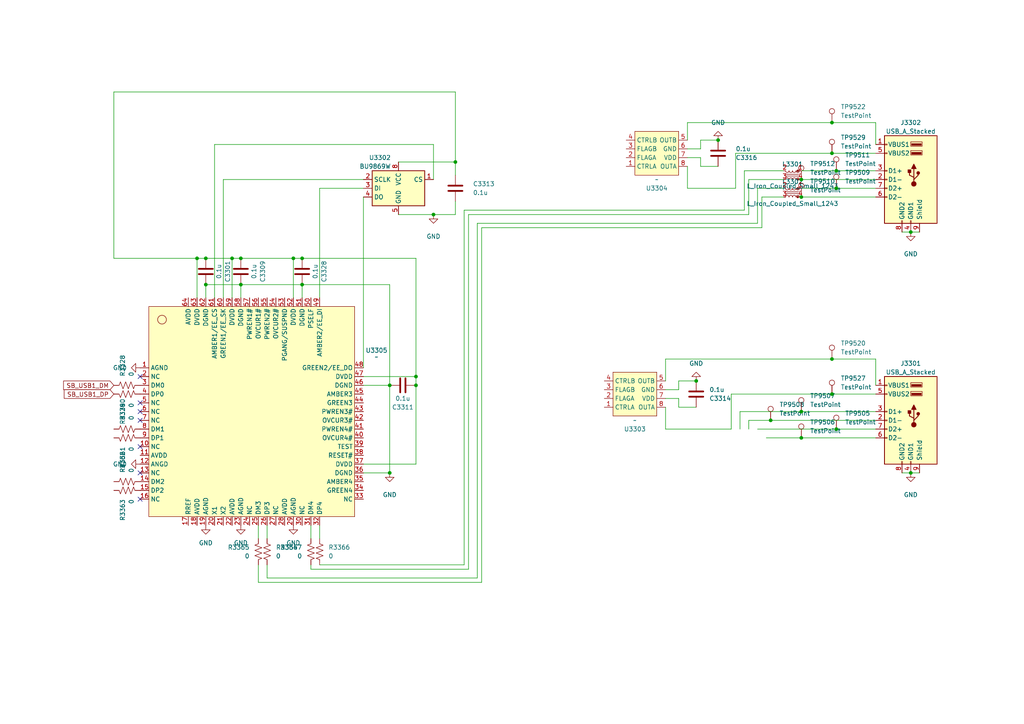
<source format=kicad_sch>
(kicad_sch (version 20231120) (generator "eeschema") (generator_version "8.0")
  (paper "A4")
  (lib_symbols
    (symbol "Connector:TestPoint" (pin_numbers hide) (pin_names (offset 0.762) hide)
      (property "Reference" "TP" (at 0 6.858 0))
      (property "Value" "TestPoint" (at 0 5.08 0))
      (symbol "TestPoint_0_1"
        (circle (center 0 3.302) (radius 0.762))
      )
      (symbol "TestPoint_1_1"
        (pin passive line (at 0 0 90) (length 2.54) (name "1") (number "1"))
      )
    )
    (symbol "Connector:USB_A_Stacked" (pin_names (offset 1.016))
      (property "Reference" "J" (at 0 15.875 0))
      (property "Value" "USB_A_Stacked" (at 0 13.97 0))
      (symbol "USB_A_Stacked_0_1"
        (rectangle (start -7.62 12.7) (end 7.62 -12.7) (stroke (width 0.254)) (fill (type background)))
        (circle (center -2.159 1.905) (radius 0.381) (stroke (width 0.254)) (fill (type outline)))
        (circle (center -0.889 -1.27) (radius 0.635) (stroke (width 0.254)) (fill (type outline)))
        (rectangle (start -0.254 7.366) (end -3.048 7.874) (fill (type outline)))
        (rectangle (start -0.254 9.906) (end -3.048 10.414) (fill (type outline)))
        (rectangle (start -0.127 -12.7) (end 0.127 -11.938))
        (polyline (pts (xy -1.524 3.175) (xy -0.254 3.175) (xy -0.889 4.445) (xy -1.524 3.175)) (stroke (width 0.254)) (fill (type outline)))
        (polyline (pts (xy -0.889 -0.635) (xy -0.889 0) (xy -2.159 1.27) (xy -2.159 1.905)) (stroke (width 0.254)))
        (polyline (pts (xy -0.889 0) (xy -0.889 0.635) (xy 0.381 1.27) (xy 0.381 2.54)) (stroke (width 0.254)))
        (rectangle (start 0 2.794) (end 0.762 2.032) (stroke (width 0.254)) (fill (type outline)))
        (rectangle (start 0 7.112) (end -3.302 8.382))
        (rectangle (start 0 9.652) (end -3.302 10.922))
        (rectangle (start 2.413 -12.7) (end 2.667 -11.938))
        (rectangle (start 7.62 -5.207) (end 6.858 -4.953))
        (rectangle (start 7.62 -2.667) (end 6.858 -2.413))
        (rectangle (start 7.62 -0.127) (end 6.858 0.127))
        (rectangle (start 7.62 2.413) (end 6.858 2.667))
        (rectangle (start 7.62 7.493) (end 6.858 7.747))
        (rectangle (start 7.62 10.033) (end 6.858 10.287))
      )
      (symbol "USB_A_Stacked_1_1"
        (polyline (pts (xy -0.889 0.635) (xy -0.889 3.175)) (stroke (width 0.254)))
        (pin power_in line (at 10.16 10.16 180) (length 2.54) (name "VBUS1") (number "1"))
        (pin bidirectional line (at 10.16 0 180) (length 2.54) (name "D1-") (number "2"))
        (pin bidirectional line (at 10.16 2.54 180) (length 2.54) (name "D1+") (number "3"))
        (pin power_in line (at 0 -15.24 90) (length 2.54) (name "GND1") (number "4"))
        (pin power_in line (at 10.16 7.62 180) (length 2.54) (name "VBUS2") (number "5"))
        (pin bidirectional line (at 10.16 -5.08 180) (length 2.54) (name "D2-") (number "6"))
        (pin bidirectional line (at 10.16 -2.54 180) (length 2.54) (name "D2+") (number "7"))
        (pin power_in line (at 2.54 -15.24 90) (length 2.54) (name "GND2") (number "8"))
        (pin passive line (at -2.54 -15.24 90) (length 2.54) (name "Shield") (number "9"))
      )
    )
    (symbol "Device:C" (pin_numbers hide) (pin_names (offset 0.254))
      (property "Reference" "C" (at 0.635 2.54 0))
      (property "Value" "C" (at 0.635 -2.54 0))
      (symbol "C_0_1"
        (polyline (pts (xy -2.032 -0.762) (xy 2.032 -0.762)) (stroke (width 0.508)))
        (polyline (pts (xy -2.032 0.762) (xy 2.032 0.762)) (stroke (width 0.508)))
      )
      (symbol "C_1_1"
        (pin passive line (at 0 3.81 270) (length 2.794) (name "~") (number "1"))
        (pin passive line (at 0 -3.81 90) (length 2.794) (name "~") (number "2"))
      )
    )
    (symbol "Device:L_Iron_Coupled_Small_1243" (pin_names (offset 0.254) hide)
      (property "Reference" "L" (at 0 3.175 0))
      (property "Value" "L_Iron_Coupled_Small_1243" (at 0 -3.175 0))
      (symbol "L_Iron_Coupled_Small_1243_0_1"
        (arc (start -2.032 1.27) (mid -1.524 0.7642) (end -1.016 1.27))
        (circle (center -1.524 -1.27) (radius 0.254) (fill (type outline)))
        (circle (center -1.524 1.27) (radius 0.254) (fill (type outline)))
        (arc (start -1.016 -1.27) (mid -1.524 -0.7642) (end -2.032 -1.27))
        (arc (start -1.016 1.27) (mid -0.508 0.7642) (end 0 1.27))
        (arc (start 0 -1.27) (mid -0.508 -0.7642) (end -1.016 -1.27))
        (polyline (pts (xy 1.778 -0.254) (xy -1.778 -0.254)))
        (polyline (pts (xy 1.778 0.254) (xy -1.778 0.254)))
        (arc (start 0 1.27) (mid 0.508 0.7642) (end 1.016 1.27))
        (arc (start 1.016 -1.27) (mid 0.508 -0.7642) (end 0 -1.27))
        (arc (start 1.016 1.27) (mid 1.524 0.7642) (end 2.032 1.27))
        (arc (start 2.032 -1.27) (mid 1.524 -0.7642) (end 1.016 -1.27))
      )
      (symbol "L_Iron_Coupled_Small_1243_1_1"
        (pin passive line (at -2.54 1.27 0) (length 0.508) (name "1") (number "1"))
        (pin passive line (at 2.54 1.27 180) (length 0.508) (name "2") (number "2"))
        (pin passive line (at 2.54 -1.27 180) (length 0.508) (name "3") (number "3"))
        (pin passive line (at -2.54 -1.27 0) (length 0.508) (name "4") (number "4"))
      )
    )
    (symbol "Device:R_US" (pin_numbers hide) (pin_names (offset 0))
      (property "Reference" "R" (at 2.54 0 90))
      (property "Value" "R_US" (at -2.54 0 90))
      (symbol "R_US_0_1"
        (polyline (pts (xy 0 -2.286) (xy 0 -2.54)))
        (polyline (pts (xy 0 2.286) (xy 0 2.54)))
        (polyline (pts (xy 0 -0.762) (xy 1.016 -1.143) (xy 0 -1.524) (xy -1.016 -1.905) (xy 0 -2.286)))
        (polyline (pts (xy 0 0.762) (xy 1.016 0.381) (xy 0 0) (xy -1.016 -0.381) (xy 0 -0.762)))
        (polyline (pts (xy 0 2.286) (xy 1.016 1.905) (xy 0 1.524) (xy -1.016 1.143) (xy 0 0.762)))
      )
      (symbol "R_US_1_1"
        (pin passive line (at 0 3.81 270) (length 1.27) (name "~") (number "1"))
        (pin passive line (at 0 -3.81 90) (length 1.27) (name "~") (number "2"))
      )
    )
    (symbol "Memory_EEPROM:93CxxA"
      (property "Reference" "U" (at -7.62 6.35 0))
      (property "Value" "93CxxA" (at 2.54 -6.35 0))
      (symbol "93CxxA_1_1"
        (rectangle (start -7.62 5.08) (end 7.62 -5.08) (stroke (width 0.254)) (fill (type background)))
        (pin input line (at -10.16 2.54 0) (length 2.54) (name "CS") (number "1"))
        (pin input line (at 10.16 2.54 180) (length 2.54) (name "SCLK") (number "2"))
        (pin input line (at 10.16 0 180) (length 2.54) (name "DI") (number "3"))
        (pin tri_state line (at 10.16 -2.54 180) (length 2.54) (name "DO") (number "4"))
        (pin power_in line (at 0 -7.62 90) (length 2.54) (name "GND") (number "5"))
        (pin no_connect line (at -7.62 0 0) (length 2.54) hide (name "NC") (number "6"))
        (pin no_connect line (at -7.62 -2.54 0) (length 2.54) hide (name "NC") (number "7"))
        (pin power_in line (at 0 7.62 270) (length 2.54) (name "VCC") (number "8"))
      )
    )
    (symbol "PS3:BD6517F"
      (property "Reference" "U" (at 0 0 0))
      (symbol "BD6517F_0_0"
        (pin input line (at -8.89 -3.81 0) (length 2.54) (name "CTRLA") (number "1"))
        (pin output line (at -8.89 -6.35 0) (length 2.54) (name "FLAGA") (number "2"))
        (pin output line (at -8.89 -8.89 0) (length 2.54) (name "FLAGB") (number "3"))
        (pin input line (at -8.89 -11.43 0) (length 2.54) (name "CTRLB") (number "4"))
        (pin output line (at 8.89 -11.43 180) (length 2.54) (name "OUTB") (number "5"))
        (pin power_in line (at 8.89 -8.89 180) (length 2.54) (name "GND") (number "6"))
        (pin power_in line (at 8.89 -6.35 180) (length 2.54) (name "VDD") (number "7"))
        (pin output line (at 8.89 -3.81 180) (length 2.54) (name "OUTA") (number "8"))
      )
      (symbol "BD6517F_1_1"
        (rectangle (start -6.35 -1.27) (end 6.35 -13.97) (fill (type background)))
      )
    )
    (symbol "PS3:GL852"
      (property "Reference" "U" (at 0 0 0))
      (symbol "GL852_0_0"
        (pin unspecified line (at -19.05 -33.02 90) (length 2.54) (name "AGND") (number "1"))
        (pin unspecified line (at 3.81 -33.02 90) (length 2.54) (name "NC") (number "10"))
        (pin unspecified line (at 6.35 -33.02 90) (length 2.54) (name "AVDD") (number "11"))
        (pin unspecified line (at 8.89 -33.02 90) (length 2.54) (name "ANGD") (number "12"))
        (pin unspecified line (at 11.43 -33.02 90) (length 2.54) (name "NC") (number "13"))
        (pin unspecified line (at 13.97 -33.02 90) (length 2.54) (name "DM2") (number "14"))
        (pin unspecified line (at 16.51 -33.02 90) (length 2.54) (name "DP2") (number "15"))
        (pin unspecified line (at 19.05 -33.02 90) (length 2.54) (name "NC") (number "16"))
        (pin unspecified line (at 26.67 -19.05 180) (length 2.54) (name "RREF") (number "17"))
        (pin unspecified line (at 26.67 -16.51 180) (length 2.54) (name "AVDD") (number "18"))
        (pin unspecified line (at 26.67 -13.97 180) (length 2.54) (name "AGND") (number "19"))
        (pin unspecified line (at -16.51 -33.02 90) (length 2.54) (name "NC") (number "2"))
        (pin unspecified line (at 26.67 -11.43 180) (length 2.54) (name "X1") (number "20"))
        (pin unspecified line (at 26.67 -8.89 180) (length 2.54) (name "X2") (number "21"))
        (pin unspecified line (at 26.67 -6.35 180) (length 2.54) (name "AVDD") (number "22"))
        (pin unspecified line (at 26.67 -3.81 180) (length 2.54) (name "AGND") (number "23"))
        (pin unspecified line (at 26.67 -1.27 180) (length 2.54) (name "NC") (number "24"))
        (pin unspecified line (at 26.67 1.27 180) (length 2.54) (name "DM3") (number "25"))
        (pin unspecified line (at 26.67 3.81 180) (length 2.54) (name "DP3") (number "26"))
        (pin unspecified line (at 26.67 6.35 180) (length 2.54) (name "NC") (number "27"))
        (pin unspecified line (at 26.67 8.89 180) (length 2.54) (name "AVDD") (number "28"))
        (pin unspecified line (at 26.67 11.43 180) (length 2.54) (name "AGND") (number "29"))
        (pin unspecified line (at -13.97 -33.02 90) (length 2.54) (name "DM0") (number "3"))
        (pin unspecified line (at 26.67 13.97 180) (length 2.54) (name "NC") (number "30"))
        (pin unspecified line (at 26.67 16.51 180) (length 2.54) (name "DM4") (number "31"))
        (pin unspecified line (at 26.67 19.05 180) (length 2.54) (name "DP4") (number "32"))
        (pin unspecified line (at 19.05 31.75 270) (length 2.54) (name "NC") (number "33"))
        (pin unspecified line (at 16.51 31.75 270) (length 2.54) (name "GREEN4") (number "34"))
        (pin unspecified line (at 13.97 31.75 270) (length 2.54) (name "AMBER4") (number "35"))
        (pin unspecified line (at 11.43 31.75 270) (length 2.54) (name "DGND") (number "36"))
        (pin unspecified line (at 8.89 31.75 270) (length 2.54) (name "DVDD") (number "37"))
        (pin unspecified line (at 6.35 31.75 270) (length 2.54) (name "RESET#") (number "38"))
        (pin unspecified line (at 3.81 31.75 270) (length 2.54) (name "TEST") (number "39"))
        (pin unspecified line (at -11.43 -33.02 90) (length 2.54) (name "DP0") (number "4"))
        (pin unspecified line (at 1.27 31.75 270) (length 2.54) (name "OVCUR4#") (number "40"))
        (pin unspecified line (at -1.27 31.75 270) (length 2.54) (name "PWREN4#") (number "41"))
        (pin unspecified line (at -3.81 31.75 270) (length 2.54) (name "OVCUR3#") (number "42"))
        (pin unspecified line (at -6.35 31.75 270) (length 2.54) (name "PWREN3#") (number "43"))
        (pin unspecified line (at -8.89 31.75 270) (length 2.54) (name "GREEN3") (number "44"))
        (pin unspecified line (at -11.43 31.75 270) (length 2.54) (name "AMBER3") (number "45"))
        (pin unspecified line (at -13.97 31.75 270) (length 2.54) (name "DGND") (number "46"))
        (pin unspecified line (at -16.51 31.75 270) (length 2.54) (name "DVDD") (number "47"))
        (pin unspecified line (at -19.05 31.75 270) (length 2.54) (name "GREEN2/EE_DO") (number "48"))
        (pin unspecified line (at -39.37 19.05 0) (length 2.54) (name "AMBER2/EE_DI") (number "49"))
        (pin unspecified line (at -8.89 -33.02 90) (length 2.54) (name "NC") (number "5"))
        (pin unspecified line (at -39.37 16.51 0) (length 2.54) (name "PSELF") (number "50"))
        (pin unspecified line (at -39.37 13.97 0) (length 2.54) (name "DGND") (number "51"))
        (pin unspecified line (at -39.37 11.43 0) (length 2.54) (name "DVDD") (number "52"))
        (pin unspecified line (at -39.37 8.89 0) (length 2.54) (name "PGANG/SUSPND") (number "53"))
        (pin unspecified line (at -39.37 6.35 0) (length 2.54) (name "OVCUR2#") (number "54"))
        (pin unspecified line (at -39.37 3.81 0) (length 2.54) (name "PWREN2#") (number "55"))
        (pin unspecified line (at -39.37 1.27 0) (length 2.54) (name "OVCUR1#") (number "56"))
        (pin unspecified line (at -39.37 -1.27 0) (length 2.54) (name "PWREN1#") (number "57"))
        (pin unspecified line (at -39.37 -3.81 0) (length 2.54) (name "DGND") (number "58"))
        (pin unspecified line (at -39.37 -6.35 0) (length 2.54) (name "DVDD") (number "59"))
        (pin unspecified line (at -6.35 -33.02 90) (length 2.54) (name "NC") (number "6"))
        (pin unspecified line (at -39.37 -8.89 0) (length 2.54) (name "GREEN1/EE_SK") (number "60"))
        (pin unspecified line (at -39.37 -11.43 0) (length 2.54) (name "AMBER1/EE_CS") (number "61"))
        (pin unspecified line (at -39.37 -13.97 0) (length 2.54) (name "DGND") (number "62"))
        (pin unspecified line (at -39.37 -16.51 0) (length 2.54) (name "DVDD") (number "63"))
        (pin unspecified line (at -39.37 -19.05 0) (length 2.54) (name "AVDD") (number "64"))
        (pin unspecified line (at -3.81 -33.02 90) (length 2.54) (name "NC") (number "7"))
        (pin unspecified line (at -1.27 -33.02 90) (length 2.54) (name "DM1") (number "8"))
        (pin unspecified line (at 1.27 -33.02 90) (length 2.54) (name "DP1") (number "9"))
      )
      (symbol "GL852_1_1"
        (rectangle (start -36.83 29.21) (end 24.13 -30.48) (fill (type background)))
        (circle (center -33.02 -26.67) (radius 1.27))
      )
    )
    (symbol "power:GND" (power) (pin_numbers hide) (pin_names (offset 0) hide)
      (property "Value" "GND" (at 0 -3.81 0))
      (symbol "GND_0_1"
        (polyline (pts (xy 0 0) (xy 0 -1.27) (xy 1.27 -1.27) (xy 0 -2.54) (xy -1.27 -1.27) (xy 0 -1.27)))
      )
      (symbol "GND_1_1"
        (pin power_in line (at 0 0 270) (length 0) (name "~") (number "1"))
      )
    )
  )
  (junction (at 201.93 110.49))
  (junction (at 232.41 119.38))
  (junction (at 69.85 74.93))
  (junction (at 120.65 109.22))
  (junction (at 120.65 111.76))
  (junction (at 208.28 40.64))
  (junction (at 242.57 124.46))
  (junction (at 241.3 35.56))
  (junction (at 59.69 82.55))
  (junction (at 59.69 74.93))
  (junction (at 85.09 74.93))
  (junction (at 264.16 67.31))
  (junction (at 125.73 62.23))
  (junction (at 132.08 46.99))
  (junction (at 241.3 114.3))
  (junction (at 223.52 121.92))
  (junction (at 242.57 49.53))
  (junction (at 57.15 74.93))
  (junction (at 87.63 82.55))
  (junction (at 113.03 111.76))
  (junction (at 241.3 104.14))
  (junction (at 241.3 44.45))
  (junction (at 264.16 137.16))
  (junction (at 87.63 74.93))
  (junction (at 242.57 54.61))
  (junction (at 67.31 74.93))
  (junction (at 232.41 52.07))
  (junction (at 113.03 137.16))
  (junction (at 232.41 57.15))
  (junction (at 232.41 127))
  (junction (at 69.85 82.55))
  (no_connect (at 40.64 121.92))
  (no_connect (at 40.64 129.54))
  (no_connect (at 40.64 119.38))
  (no_connect (at 40.64 137.16))
  (no_connect (at 40.64 144.78))
  (no_connect (at 40.64 109.22))
  (no_connect (at 40.64 116.84))
  (wire (pts (xy 254 119.38) (xy 232.41 119.38)))
  (wire (pts (xy 132.08 58.42) (xy 132.08 62.23)))
  (wire (pts (xy 120.65 109.22) (xy 120.65 111.76)))
  (wire (pts (xy 264.16 67.31) (xy 266.7 67.31)))
  (wire (pts (xy 113.03 111.76) (xy 113.03 82.55)))
  (wire (pts (xy 196.85 115.57) (xy 196.85 118.11)))
  (wire (pts (xy 222.25 127) (xy 232.41 127)))
  (wire (pts (xy 105.41 109.22) (xy 120.65 109.22)))
  (wire (pts (xy 193.04 124.46) (xy 212.09 124.46)))
  (wire (pts (xy 120.65 109.22) (xy 120.65 74.93)))
  (wire (pts (xy 203.2 48.26) (xy 208.28 48.26)))
  (wire (pts (xy 217.17 121.92) (xy 217.17 124.46)))
  (wire (pts (xy 254 104.14) (xy 241.3 104.14)))
  (wire (pts (xy 69.85 74.93) (xy 85.09 74.93)))
  (wire (pts (xy 135.89 62.23) (xy 135.89 165.1)))
  (wire (pts (xy 139.7 168.91) (xy 74.93 168.91)))
  (wire (pts (xy 139.7 66.04) (xy 139.7 168.91)))
  (wire (pts (xy 214.63 119.38) (xy 214.63 124.46)))
  (wire (pts (xy 261.62 137.16) (xy 264.16 137.16)))
  (wire (pts (xy 67.31 74.93) (xy 69.85 74.93)))
  (wire (pts (xy 203.2 40.64) (xy 208.28 40.64)))
  (wire (pts (xy 132.08 46.99) (xy 132.08 50.8)))
  (wire (pts (xy 242.57 124.46) (xy 254 124.46)))
  (wire (pts (xy 134.62 60.96) (xy 215.9 60.96)))
  (wire (pts (xy 105.41 134.62) (xy 120.65 134.62)))
  (wire (pts (xy 196.85 118.11) (xy 201.93 118.11)))
  (wire (pts (xy 59.69 82.55) (xy 59.69 86.36)))
  (wire (pts (xy 215.9 49.53) (xy 227.33 49.53)))
  (wire (pts (xy 199.39 43.18) (xy 203.2 43.18)))
  (wire (pts (xy 105.41 137.16) (xy 113.03 137.16)))
  (wire (pts (xy 138.43 64.77) (xy 219.71 64.77)))
  (wire (pts (xy 92.71 163.83) (xy 134.62 163.83)))
  (wire (pts (xy 196.85 110.49) (xy 201.93 110.49)))
  (wire (pts (xy 193.04 118.11) (xy 193.04 124.46)))
  (wire (pts (xy 67.31 86.36) (xy 67.31 74.93)))
  (wire (pts (xy 215.9 60.96) (xy 215.9 49.53)))
  (wire (pts (xy 77.47 167.64) (xy 138.43 167.64)))
  (wire (pts (xy 57.15 74.93) (xy 33.02 74.93)))
  (wire (pts (xy 254 49.53) (xy 242.57 49.53)))
  (wire (pts (xy 242.57 54.61) (xy 254 54.61)))
  (wire (pts (xy 264.16 137.16) (xy 266.7 137.16)))
  (wire (pts (xy 196.85 113.03) (xy 196.85 110.49)))
  (wire (pts (xy 77.47 152.4) (xy 77.47 156.21)))
  (wire (pts (xy 92.71 152.4) (xy 92.71 156.21)))
  (wire (pts (xy 232.41 127) (xy 254 127)))
  (wire (pts (xy 254 121.92) (xy 223.52 121.92)))
  (wire (pts (xy 220.98 66.04) (xy 139.7 66.04)))
  (wire (pts (xy 125.73 41.91) (xy 62.23 41.91)))
  (wire (pts (xy 212.09 114.3) (xy 241.3 114.3)))
  (wire (pts (xy 105.41 57.15) (xy 105.41 106.68)))
  (wire (pts (xy 213.36 44.45) (xy 213.36 54.61)))
  (wire (pts (xy 193.04 113.03) (xy 196.85 113.03)))
  (wire (pts (xy 90.17 152.4) (xy 90.17 156.21)))
  (wire (pts (xy 217.17 62.23) (xy 135.89 62.23)))
  (wire (pts (xy 57.15 86.36) (xy 57.15 74.93)))
  (wire (pts (xy 254 41.91) (xy 254 35.56)))
  (wire (pts (xy 69.85 82.55) (xy 87.63 82.55)))
  (wire (pts (xy 135.89 165.1) (xy 90.17 165.1)))
  (wire (pts (xy 241.3 35.56) (xy 199.39 35.56)))
  (wire (pts (xy 85.09 74.93) (xy 87.63 74.93)))
  (wire (pts (xy 33.02 26.67) (xy 132.08 26.67)))
  (wire (pts (xy 105.41 54.61) (xy 92.71 54.61)))
  (wire (pts (xy 57.15 74.93) (xy 59.69 74.93)))
  (wire (pts (xy 193.04 115.57) (xy 196.85 115.57)))
  (wire (pts (xy 193.04 104.14) (xy 193.04 110.49)))
  (wire (pts (xy 132.08 26.67) (xy 132.08 46.99)))
  (wire (pts (xy 219.71 124.46) (xy 242.57 124.46)))
  (wire (pts (xy 254 111.76) (xy 254 104.14)))
  (wire (pts (xy 199.39 35.56) (xy 199.39 40.64)))
  (wire (pts (xy 105.41 111.76) (xy 113.03 111.76)))
  (wire (pts (xy 64.77 52.07) (xy 64.77 86.36)))
  (wire (pts (xy 219.71 54.61) (xy 227.33 54.61)))
  (wire (pts (xy 92.71 54.61) (xy 92.71 86.36)))
  (wire (pts (xy 261.62 67.31) (xy 264.16 67.31)))
  (wire (pts (xy 232.41 54.61) (xy 242.57 54.61)))
  (wire (pts (xy 120.65 134.62) (xy 120.65 111.76)))
  (wire (pts (xy 115.57 46.99) (xy 132.08 46.99)))
  (wire (pts (xy 85.09 86.36) (xy 85.09 74.93)))
  (wire (pts (xy 212.09 124.46) (xy 212.09 114.3)))
  (wire (pts (xy 241.3 104.14) (xy 193.04 104.14)))
  (wire (pts (xy 217.17 52.07) (xy 217.17 62.23)))
  (wire (pts (xy 59.69 74.93) (xy 67.31 74.93)))
  (wire (pts (xy 74.93 152.4) (xy 74.93 156.21)))
  (wire (pts (xy 213.36 54.61) (xy 199.39 54.61)))
  (wire (pts (xy 203.2 45.72) (xy 203.2 48.26)))
  (wire (pts (xy 132.08 62.23) (xy 125.73 62.23)))
  (wire (pts (xy 125.73 62.23) (xy 115.57 62.23)))
  (wire (pts (xy 113.03 137.16) (xy 113.03 111.76)))
  (wire (pts (xy 203.2 43.18) (xy 203.2 40.64)))
  (wire (pts (xy 125.73 52.07) (xy 125.73 41.91)))
  (wire (pts (xy 33.02 74.93) (xy 33.02 26.67)))
  (wire (pts (xy 232.41 119.38) (xy 214.63 119.38)))
  (wire (pts (xy 113.03 82.55) (xy 87.63 82.55)))
  (wire (pts (xy 74.93 168.91) (xy 74.93 163.83)))
  (wire (pts (xy 223.52 121.92) (xy 217.17 121.92)))
  (wire (pts (xy 105.41 52.07) (xy 64.77 52.07)))
  (wire (pts (xy 220.98 57.15) (xy 220.98 66.04)))
  (wire (pts (xy 138.43 167.64) (xy 138.43 64.77)))
  (wire (pts (xy 199.39 54.61) (xy 199.39 48.26)))
  (wire (pts (xy 227.33 52.07) (xy 217.17 52.07)))
  (wire (pts (xy 254 52.07) (xy 232.41 52.07)))
  (wire (pts (xy 134.62 163.83) (xy 134.62 60.96)))
  (wire (pts (xy 90.17 165.1) (xy 90.17 163.83)))
  (wire (pts (xy 242.57 49.53) (xy 232.41 49.53)))
  (wire (pts (xy 227.33 57.15) (xy 220.98 57.15)))
  (wire (pts (xy 241.3 44.45) (xy 213.36 44.45)))
  (wire (pts (xy 77.47 163.83) (xy 77.47 167.64)))
  (wire (pts (xy 59.69 82.55) (xy 69.85 82.55)))
  (wire (pts (xy 199.39 45.72) (xy 203.2 45.72)))
  (wire (pts (xy 120.65 74.93) (xy 87.63 74.93)))
  (wire (pts (xy 62.23 41.91) (xy 62.23 86.36)))
  (wire (pts (xy 69.85 82.55) (xy 69.85 86.36)))
  (wire (pts (xy 232.41 57.15) (xy 254 57.15)))
  (wire (pts (xy 241.3 114.3) (xy 254 114.3)))
  (wire (pts (xy 254 35.56) (xy 241.3 35.56)))
  (wire (pts (xy 87.63 82.55) (xy 87.63 86.36)))
  (wire (pts (xy 254 44.45) (xy 241.3 44.45)))
  (wire (pts (xy 219.71 64.77) (xy 219.71 54.61)))
  (global_label "SB_USB1_DP" (shape input) (at 33.02 114.3 180) (property "Intersheetrefs" "${INTERSHEET_REFS}" (effects (hide yes))))
  (global_label "SB_USB1_DM" (shape input) (at 33.02 111.76 180) (property "Intersheetrefs" "${INTERSHEET_REFS}" (effects (hide yes))))
  (symbol (lib_id "Connector:USB_A_Stacked") (at 264.16 52.07 0) (mirror y) (unit 1)
    (property "Reference" "J3302" (at 264.16 35.56 0))
    (property "Value" "USB_A_Stacked" (at 264.16 38.1 0))
    (property "Footprint" "PS3:USB_A_Vertical" (effects (hide yes)))
    (property "Description" "USB Type A connector, stacked" (effects (hide yes)))
  )
  (symbol (lib_id "Device:R_US") (at 36.83 114.3 270) (mirror x) (unit 1)
    (property "Reference" "R3329" (at 35.5599 116.84 0) (effects (justify right)))
    (property "Value" "0" (at 38.0999 116.84 0) (effects (justify right)))
    (property "Footprint" "Resistor_SMD:R_0603_1608Metric" (effects (hide yes)))
    (property "Description" "Resistor, US symbol" (effects (hide yes)))
  )
  (symbol (lib_id "Connector:TestPoint") (at 242.57 54.61 0) (unit 1)
    (property "Reference" "TP9509" (at 245.11 50.0379 0) (effects (justify left)))
    (property "Value" "TestPoint" (at 245.11 52.5779 0) (effects (justify left)))
    (property "Footprint" "TestPoint:TestPoint_Pad_1.0x1.0mm" (effects (hide yes)))
    (property "Description" "test point" (effects (hide yes)))
  )
  (symbol (lib_id "Connector:USB_A_Stacked") (at 264.16 121.92 0) (mirror y) (unit 1)
    (property "Reference" "J3301" (at 264.16 105.41 0))
    (property "Value" "USB_A_Stacked" (at 264.16 107.95 0))
    (property "Footprint" "PS3:USB_A_Vertical" (effects (hide yes)))
    (property "Description" "USB Type A connector, stacked" (effects (hide yes)))
  )
  (symbol (lib_id "Device:C") (at 201.93 114.3 0) (mirror x) (unit 1)
    (property "Reference" "C3314" (at 205.74 115.5701 0) (effects (justify left)))
    (property "Value" "0.1u" (at 205.74 113.0301 0) (effects (justify left)))
    (property "Footprint" "Capacitor_SMD:C_0402_1005Metric" (effects (hide yes)))
    (property "Description" "Unpolarized capacitor" (effects (hide yes)))
  )
  (symbol (lib_id "Connector:TestPoint") (at 232.41 52.07 0) (unit 1)
    (property "Reference" "TP9512" (at 234.95 47.4979 0) (effects (justify left)))
    (property "Value" "TestPoint" (at 234.95 50.0379 0) (effects (justify left)))
    (property "Footprint" "TestPoint:TestPoint_Pad_1.0x1.0mm" (effects (hide yes)))
    (property "Description" "test point" (effects (hide yes)))
  )
  (symbol (lib_id "Device:L_Iron_Coupled_Small_1243") (at 229.87 55.88 0) (mirror y) (unit 1)
    (property "Reference" "L3302" (at 229.87 52.705 0))
    (property "Value" "L_Iron_Coupled_Small_1243" (at 229.87 59.055 0))
    (property "Footprint" "Inductor_SMD:L_CommonModeChoke_Coilcraft_0805USB" (effects (hide yes)))
    (property "Description" "Coupled inductor with iron core, small symbol" (effects (hide yes)))
  )
  (symbol (lib_id "Device:R_US") (at 36.83 111.76 270) (unit 1)
    (property "Reference" "R3328" (at 35.5599 109.22 0) (effects (justify right)))
    (property "Value" "0" (at 38.0999 109.22 0) (effects (justify right)))
    (property "Footprint" "Resistor_SMD:R_0603_1608Metric" (effects (hide yes)))
    (property "Description" "Resistor, US symbol" (effects (hide yes)))
  )
  (symbol (lib_id "Device:R_US") (at 90.17 160.02 0) (mirror x) (unit 1)
    (property "Reference" "R3367" (at 87.63 158.7499 0) (effects (justify right)))
    (property "Value" "0" (at 87.63 161.2899 0) (effects (justify right)))
    (property "Footprint" "Resistor_SMD:R_0402_1005Metric" (effects (hide yes)))
    (property "Description" "Resistor, US symbol" (effects (hide yes)))
  )
  (symbol (lib_id "Device:R_US") (at 36.83 142.24 270) (mirror x) (unit 1)
    (property "Reference" "R3363" (at 35.5599 144.78 0) (effects (justify right)))
    (property "Value" "0" (at 38.0999 144.78 0) (effects (justify right)))
    (property "Footprint" "Resistor_SMD:R_0402_1005Metric" (effects (hide yes)))
    (property "Description" "Resistor, US symbol" (effects (hide yes)))
  )
  (symbol (lib_id "Memory_EEPROM:93CxxA") (at 115.57 54.61 0) (mirror y) (unit 1)
    (property "Reference" "U3302" (at 113.3759 45.72 0) (effects (justify left)))
    (property "Value" "BU9869W" (at 113.3759 48.26 0) (effects (justify left)))
    (property "Footprint" "Package_SO:SSOP-8_2.95x2.8mm_P0.65mm" (effects (hide yes)))
    (property "Datasheet" "http://ww1.microchip.com/downloads/en/DeviceDoc/20001749K.pdf" (effects (hide yes)))
    (property "Description" "Serial EEPROM, 93 Series, 5.0V, DIP-8/SOIC-8" (effects (hide yes)))
  )
  (symbol (lib_id "PS3:GL852") (at 73.66 125.73 270) (unit 1)
    (property "Reference" "U3305" (at 109.22 101.6314 90))
    (property "Value" "~" (at 109.22 103.5365 90))
    (property "Footprint" "Package_QFP:LQFP-64_10x10mm_P0.5mm" (effects (hide yes)))
    (property "Datasheet" "https://datasheetspdf.com/pdf-down/G/L/8/GL852_GENESYSLOGIC.pdf" (effects (hide yes)))
  )
  (symbol (lib_id "Connector:TestPoint") (at 242.57 124.46 0) (unit 1)
    (property "Reference" "TP9505" (at 245.11 119.8879 0) (effects (justify left)))
    (property "Value" "TestPoint" (at 245.11 122.4279 0) (effects (justify left)))
    (property "Footprint" "TestPoint:TestPoint_Pad_1.0x1.0mm" (effects (hide yes)))
    (property "Description" "test point" (effects (hide yes)))
  )
  (symbol (lib_id "power:GND") (at 264.16 67.31 0) (unit 1)
    (property "Reference" "#PWR0757" (effects (hide yes)))
    (property "Value" "GND" (at 264.16 73.66 0))
    (property "Description" "Power symbol creates a global label with name \"GND\" , ground" (effects (hide yes)))
  )
  (symbol (lib_id "Device:R_US") (at 36.83 139.7 270) (unit 1)
    (property "Reference" "R3362" (at 35.5599 137.16 0) (effects (justify right)))
    (property "Value" "0" (at 38.0999 137.16 0) (effects (justify right)))
    (property "Footprint" "Resistor_SMD:R_0402_1005Metric" (effects (hide yes)))
    (property "Description" "Resistor, US symbol" (effects (hide yes)))
  )
  (symbol (lib_id "Device:C") (at 87.63 78.74 0) (mirror x) (unit 1)
    (property "Reference" "C3328" (at 93.98 78.74 90))
    (property "Value" "0.1u" (at 91.44 78.74 90))
    (property "Footprint" "Capacitor_SMD:C_0402_1005Metric" (effects (hide yes)))
    (property "Description" "Unpolarized capacitor" (effects (hide yes)))
  )
  (symbol (lib_id "Device:C") (at 116.84 111.76 90) (mirror x) (unit 1)
    (property "Reference" "C3311" (at 116.84 118.11 90))
    (property "Value" "0.1u" (at 116.84 115.57 90))
    (property "Footprint" "Capacitor_SMD:C_0402_1005Metric" (effects (hide yes)))
    (property "Description" "Unpolarized capacitor" (effects (hide yes)))
  )
  (symbol (lib_id "Connector:TestPoint") (at 241.3 114.3 0) (unit 1)
    (property "Reference" "TP9527" (at 243.84 109.7279 0) (effects (justify left)))
    (property "Value" "TestPoint" (at 243.84 112.2679 0) (effects (justify left)))
    (property "Footprint" "TestPoint:TestPoint_Pad_1.0x1.0mm" (effects (hide yes)))
    (property "Description" "test point" (effects (hide yes)))
  )
  (symbol (lib_id "power:GND") (at 69.85 152.4 0) (unit 1)
    (property "Reference" "#PWR0751" (effects (hide yes)))
    (property "Value" "GND" (at 69.85 157.48 0))
    (property "Description" "Power symbol creates a global label with name \"GND\" , ground" (effects (hide yes)))
  )
  (symbol (lib_id "PS3:BD6517F") (at 190.5 52.07 0) (mirror x) (unit 1)
    (property "Reference" "U3304" (at 190.5 54.61 0))
    (property "Value" "~" (at 190.5 52.07 0))
    (property "Footprint" "Package_SO:SOIC-8_3.9x4.9mm_P1.27mm" (effects (hide yes)))
  )
  (symbol (lib_id "Connector:TestPoint") (at 241.3 35.56 0) (unit 1)
    (property "Reference" "TP9522" (at 243.84 30.9879 0) (effects (justify left)))
    (property "Value" "TestPoint" (at 243.84 33.5279 0) (effects (justify left)))
    (property "Footprint" "TestPoint:TestPoint_Pad_1.0x1.0mm" (effects (hide yes)))
    (property "Description" "test point" (effects (hide yes)))
  )
  (symbol (lib_id "Device:C") (at 59.69 78.74 0) (mirror x) (unit 1)
    (property "Reference" "C3301" (at 66.04 78.74 90))
    (property "Value" "0.1u" (at 63.5 78.74 90))
    (property "Footprint" "Capacitor_SMD:C_0402_1005Metric" (effects (hide yes)))
    (property "Description" "Unpolarized capacitor" (effects (hide yes)))
  )
  (symbol (lib_id "power:GND") (at 125.73 62.23 0) (unit 1)
    (property "Reference" "#PWR0754" (effects (hide yes)))
    (property "Value" "GND" (at 125.73 68.58 0))
    (property "Description" "Power symbol creates a global label with name \"GND\" , ground" (effects (hide yes)))
  )
  (symbol (lib_id "Connector:TestPoint") (at 232.41 57.15 0) (unit 1)
    (property "Reference" "TP9510" (at 234.95 52.5779 0) (effects (justify left)))
    (property "Value" "TestPoint" (at 234.95 55.1179 0) (effects (justify left)))
    (property "Footprint" "TestPoint:TestPoint_Pad_1.0x1.0mm" (effects (hide yes)))
    (property "Description" "test point" (effects (hide yes)))
  )
  (symbol (lib_id "Connector:TestPoint") (at 232.41 127 0) (unit 1)
    (property "Reference" "TP9506" (at 234.95 122.4279 0) (effects (justify left)))
    (property "Value" "TestPoint" (at 234.95 124.9679 0) (effects (justify left)))
    (property "Footprint" "TestPoint:TestPoint_Pad_1.0x1.0mm" (effects (hide yes)))
    (property "Description" "test point" (effects (hide yes)))
  )
  (symbol (lib_id "power:GND") (at 40.64 134.62 270) (unit 1)
    (property "Reference" "#PWR0749" (effects (hide yes)))
    (property "Value" "GND" (at 36.83 134.6199 90) (effects (justify right)))
    (property "Description" "Power symbol creates a global label with name \"GND\" , ground" (effects (hide yes)))
  )
  (symbol (lib_id "Device:L_Iron_Coupled_Small_1243") (at 229.87 50.8 0) (mirror y) (unit 1)
    (property "Reference" "L3301" (at 229.87 47.625 0))
    (property "Value" "L_Iron_Coupled_Small_1243" (at 229.87 53.975 0))
    (property "Footprint" "Inductor_SMD:L_CommonModeChoke_Coilcraft_0805USB" (effects (hide yes)))
    (property "Description" "Coupled inductor with iron core, small symbol" (effects (hide yes)))
  )
  (symbol (lib_id "Device:C") (at 208.28 44.45 0) (mirror x) (unit 1)
    (property "Reference" "C3316" (at 213.36 45.7201 0) (effects (justify left)))
    (property "Value" "0.1u" (at 213.36 43.1801 0) (effects (justify left)))
    (property "Footprint" "Capacitor_SMD:C_0402_1005Metric" (effects (hide yes)))
    (property "Description" "Unpolarized capacitor" (effects (hide yes)))
  )
  (symbol (lib_id "Connector:TestPoint") (at 242.57 49.53 0) (unit 1)
    (property "Reference" "TP9511" (at 245.11 44.9579 0) (effects (justify left)))
    (property "Value" "TestPoint" (at 245.11 47.4979 0) (effects (justify left)))
    (property "Footprint" "TestPoint:TestPoint_Pad_1.0x1.0mm" (effects (hide yes)))
    (property "Description" "test point" (effects (hide yes)))
  )
  (symbol (lib_id "power:GND") (at 208.28 40.64 0) (mirror x) (unit 1)
    (property "Reference" "#PWR0756" (effects (hide yes)))
    (property "Value" "GND" (at 208.28 35.56 0))
    (property "Description" "Power symbol creates a global label with name \"GND\" , ground" (effects (hide yes)))
  )
  (symbol (lib_id "power:GND") (at 40.64 106.68 270) (unit 1)
    (property "Reference" "#PWR0748" (effects (hide yes)))
    (property "Value" "GND" (at 36.83 106.6799 90) (effects (justify right)))
    (property "Description" "Power symbol creates a global label with name \"GND\" , ground" (effects (hide yes)))
  )
  (symbol (lib_id "power:GND") (at 85.09 152.4 0) (unit 1)
    (property "Reference" "#PWR0752" (effects (hide yes)))
    (property "Value" "GND" (at 85.09 157.48 0))
    (property "Description" "Power symbol creates a global label with name \"GND\" , ground" (effects (hide yes)))
  )
  (symbol (lib_id "Device:C") (at 69.85 78.74 0) (mirror x) (unit 1)
    (property "Reference" "C3309" (at 76.2 78.74 90))
    (property "Value" "0.1u" (at 73.66 78.74 90))
    (property "Footprint" "Capacitor_SMD:C_0402_1005Metric" (effects (hide yes)))
    (property "Description" "Unpolarized capacitor" (effects (hide yes)))
  )
  (symbol (lib_id "Connector:TestPoint") (at 241.3 104.14 0) (unit 1)
    (property "Reference" "TP9520" (at 243.84 99.5679 0) (effects (justify left)))
    (property "Value" "TestPoint" (at 243.84 102.1079 0) (effects (justify left)))
    (property "Footprint" "TestPoint:TestPoint_Pad_1.0x1.0mm" (effects (hide yes)))
    (property "Description" "test point" (effects (hide yes)))
  )
  (symbol (lib_id "power:GND") (at 201.93 110.49 0) (mirror x) (unit 1)
    (property "Reference" "#PWR0755" (effects (hide yes)))
    (property "Value" "GND" (at 201.93 105.41 0))
    (property "Description" "Power symbol creates a global label with name \"GND\" , ground" (effects (hide yes)))
  )
  (symbol (lib_id "Device:R_US") (at 36.83 124.46 270) (unit 1)
    (property "Reference" "R3360" (at 35.5599 121.92 0) (effects (justify right)))
    (property "Value" "0" (at 38.0999 121.92 0) (effects (justify right)))
    (property "Footprint" "Resistor_SMD:R_0402_1005Metric" (effects (hide yes)))
    (property "Description" "Resistor, US symbol" (effects (hide yes)))
  )
  (symbol (lib_id "Connector:TestPoint") (at 223.52 121.92 0) (unit 1)
    (property "Reference" "TP9508" (at 226.06 117.3479 0) (effects (justify left)))
    (property "Value" "TestPoint" (at 226.06 119.8879 0) (effects (justify left)))
    (property "Footprint" "TestPoint:TestPoint_Pad_1.0x1.0mm" (effects (hide yes)))
    (property "Description" "test point" (effects (hide yes)))
  )
  (symbol (lib_id "power:GND") (at 59.69 152.4 0) (unit 1)
    (property "Reference" "#PWR0750" (effects (hide yes)))
    (property "Value" "GND" (at 59.69 157.48 0))
    (property "Description" "Power symbol creates a global label with name \"GND\" , ground" (effects (hide yes)))
  )
  (symbol (lib_id "PS3:BD6517F") (at 184.15 121.92 0) (mirror x) (unit 1)
    (property "Reference" "U3303" (at 184.15 124.46 0))
    (property "Value" "~" (at 184.15 121.92 0))
    (property "Footprint" "Package_SO:SOIC-8_3.9x4.9mm_P1.27mm" (effects (hide yes)))
  )
  (symbol (lib_id "power:GND") (at 113.03 137.16 0) (unit 1)
    (property "Reference" "#PWR0753" (effects (hide yes)))
    (property "Value" "GND" (at 113.03 143.51 0))
    (property "Description" "Power symbol creates a global label with name \"GND\" , ground" (effects (hide yes)))
  )
  (symbol (lib_id "Device:R_US") (at 77.47 160.02 180) (unit 1)
    (property "Reference" "R3364" (at 80.01 158.7499 0) (effects (justify right)))
    (property "Value" "0" (at 80.01 161.2899 0) (effects (justify right)))
    (property "Footprint" "Resistor_SMD:R_0402_1005Metric" (effects (hide yes)))
    (property "Description" "Resistor, US symbol" (effects (hide yes)))
  )
  (symbol (lib_id "Device:R_US") (at 92.71 160.02 180) (unit 1)
    (property "Reference" "R3366" (at 95.25 158.7499 0) (effects (justify right)))
    (property "Value" "0" (at 95.25 161.2899 0) (effects (justify right)))
    (property "Footprint" "Resistor_SMD:R_0402_1005Metric" (effects (hide yes)))
    (property "Description" "Resistor, US symbol" (effects (hide yes)))
  )
  (symbol (lib_id "Device:R_US") (at 36.83 127 270) (mirror x) (unit 1)
    (property "Reference" "R3361" (at 35.5599 129.54 0) (effects (justify right)))
    (property "Value" "0" (at 38.0999 129.54 0) (effects (justify right)))
    (property "Footprint" "Resistor_SMD:R_0402_1005Metric" (effects (hide yes)))
    (property "Description" "Resistor, US symbol" (effects (hide yes)))
  )
  (symbol (lib_id "Device:C") (at 132.08 54.61 0) (unit 1)
    (property "Reference" "C3313" (at 137.16 53.3399 0) (effects (justify left)))
    (property "Value" "0.1u" (at 137.16 55.8799 0) (effects (justify left)))
    (property "Footprint" "Capacitor_SMD:C_0402_1005Metric" (effects (hide yes)))
    (property "Description" "Unpolarized capacitor" (effects (hide yes)))
  )
  (symbol (lib_id "power:GND") (at 264.16 137.16 0) (unit 1)
    (property "Reference" "#PWR0758" (effects (hide yes)))
    (property "Value" "GND" (at 264.16 143.51 0))
    (property "Description" "Power symbol creates a global label with name \"GND\" , ground" (effects (hide yes)))
  )
  (symbol (lib_id "Connector:TestPoint") (at 232.41 119.38 0) (unit 1)
    (property "Reference" "TP9507" (at 234.95 114.8079 0) (effects (justify left)))
    (property "Value" "TestPoint" (at 234.95 117.3479 0) (effects (justify left)))
    (property "Footprint" "TestPoint:TestPoint_Pad_1.0x1.0mm" (effects (hide yes)))
    (property "Description" "test point" (effects (hide yes)))
  )
  (symbol (lib_id "Device:R_US") (at 74.93 160.02 0) (mirror x) (unit 1)
    (property "Reference" "R3365" (at 72.39 158.7499 0) (effects (justify right)))
    (property "Value" "0" (at 72.39 161.2899 0) (effects (justify right)))
    (property "Footprint" "Resistor_SMD:R_0402_1005Metric" (effects (hide yes)))
    (property "Description" "Resistor, US symbol" (effects (hide yes)))
  )
  (symbol (lib_id "Connector:TestPoint") (at 241.3 44.45 0) (unit 1)
    (property "Reference" "TP9529" (at 243.84 39.8779 0) (effects (justify left)))
    (property "Value" "TestPoint" (at 243.84 42.4179 0) (effects (justify left)))
    (property "Footprint" "TestPoint:TestPoint_Pad_1.0x1.0mm" (effects (hide yes)))
    (property "Description" "test point" (effects (hide yes)))
  )
)
</source>
